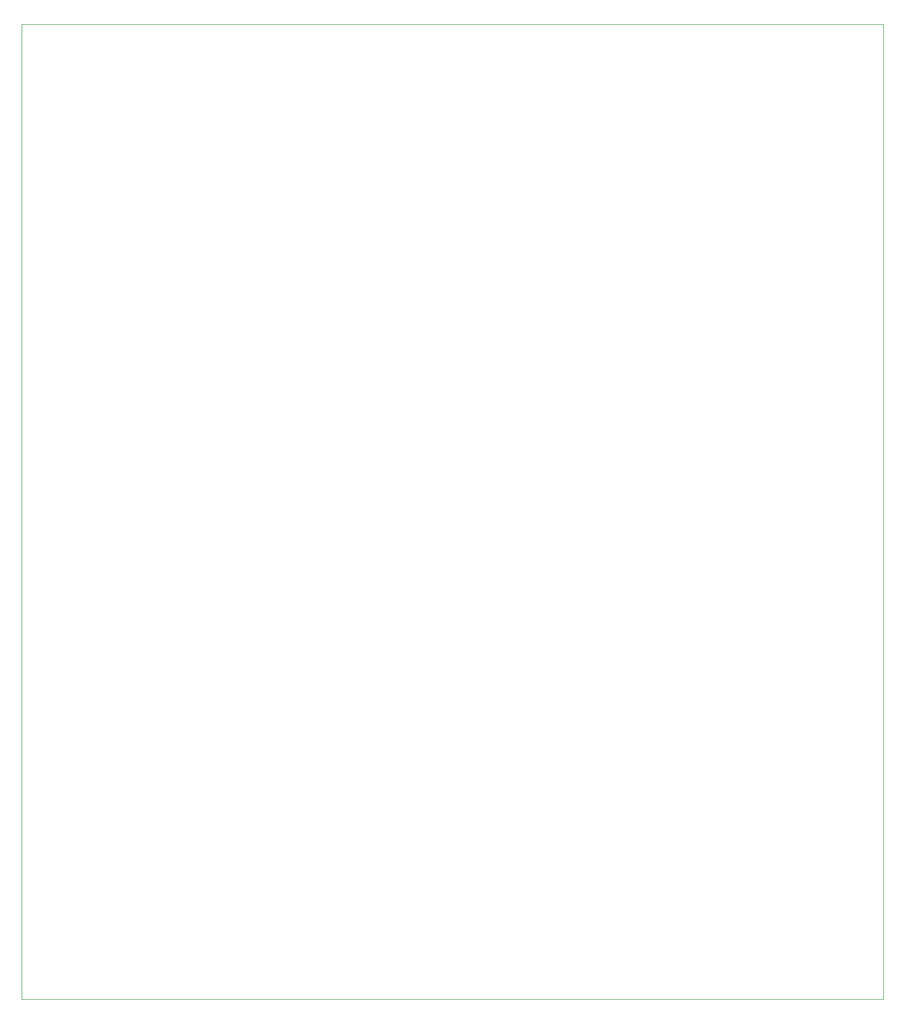
<source format=gbr>
%TF.GenerationSoftware,KiCad,Pcbnew,5.1.10*%
%TF.CreationDate,2022-02-01T20:50:29+01:00*%
%TF.ProjectId,Videoerweiterung,56696465-6f65-4727-9765-69746572756e,3*%
%TF.SameCoordinates,Original*%
%TF.FileFunction,Profile,NP*%
%FSLAX46Y46*%
G04 Gerber Fmt 4.6, Leading zero omitted, Abs format (unit mm)*
G04 Created by KiCad (PCBNEW 5.1.10) date 2022-02-01 20:50:29*
%MOMM*%
%LPD*%
G01*
G04 APERTURE LIST*
%TA.AperFunction,Profile*%
%ADD10C,0.100000*%
%TD*%
G04 APERTURE END LIST*
D10*
X44360000Y-49480000D02*
X44360000Y-209480000D01*
X185860000Y-49480000D02*
X44360000Y-49480000D01*
X185860000Y-209480000D02*
X185860000Y-49480000D01*
X44360000Y-209480000D02*
X185860000Y-209480000D01*
M02*

</source>
